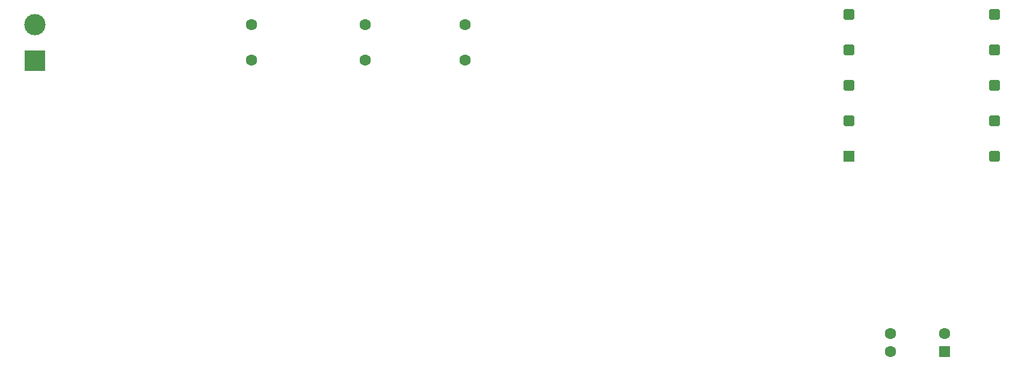
<source format=gbr>
%TF.GenerationSoftware,KiCad,Pcbnew,9.0.1*%
%TF.CreationDate,2025-04-24T14:38:41+02:00*%
%TF.ProjectId,flyback,666c7962-6163-46b2-9e6b-696361645f70,rev?*%
%TF.SameCoordinates,Original*%
%TF.FileFunction,Soldermask,Bot*%
%TF.FilePolarity,Negative*%
%FSLAX46Y46*%
G04 Gerber Fmt 4.6, Leading zero omitted, Abs format (unit mm)*
G04 Created by KiCad (PCBNEW 9.0.1) date 2025-04-24 14:38:41*
%MOMM*%
%LPD*%
G01*
G04 APERTURE LIST*
G04 Aperture macros list*
%AMRoundRect*
0 Rectangle with rounded corners*
0 $1 Rounding radius*
0 $2 $3 $4 $5 $6 $7 $8 $9 X,Y pos of 4 corners*
0 Add a 4 corners polygon primitive as box body*
4,1,4,$2,$3,$4,$5,$6,$7,$8,$9,$2,$3,0*
0 Add four circle primitives for the rounded corners*
1,1,$1+$1,$2,$3*
1,1,$1+$1,$4,$5*
1,1,$1+$1,$6,$7*
1,1,$1+$1,$8,$9*
0 Add four rect primitives between the rounded corners*
20,1,$1+$1,$2,$3,$4,$5,0*
20,1,$1+$1,$4,$5,$6,$7,0*
20,1,$1+$1,$6,$7,$8,$9,0*
20,1,$1+$1,$8,$9,$2,$3,0*%
G04 Aperture macros list end*
%ADD10C,1.600000*%
%ADD11RoundRect,0.250000X0.550000X0.550000X-0.550000X0.550000X-0.550000X-0.550000X0.550000X-0.550000X0*%
%ADD12RoundRect,0.225000X-0.525000X-0.525000X0.525000X-0.525000X0.525000X0.525000X-0.525000X0.525000X0*%
%ADD13R,1.500000X1.500000*%
%ADD14R,3.000000X3.000000*%
%ADD15C,3.000000*%
G04 APERTURE END LIST*
D10*
%TO.C,U2*%
X159880000Y-104540000D03*
X159880000Y-102000000D03*
X167500000Y-102000000D03*
D11*
X167500000Y-104540000D03*
%TD*%
D12*
%TO.C,U4*%
X154000000Y-57000000D03*
X154000000Y-62000000D03*
X154000000Y-67000000D03*
X154000000Y-72000000D03*
D13*
X154000000Y-77000000D03*
D12*
X174500000Y-77000000D03*
X174500000Y-72000000D03*
X174500000Y-67000000D03*
X174500000Y-62000000D03*
X174500000Y-57000000D03*
%TD*%
D14*
%TO.C,J1*%
X39500000Y-63580000D03*
D15*
X39500000Y-58500000D03*
%TD*%
D10*
%TO.C,C8*%
X100000000Y-63500000D03*
X100000000Y-58500000D03*
%TD*%
%TO.C,C7*%
X86000000Y-63500000D03*
X86000000Y-58500000D03*
%TD*%
%TO.C,C6*%
X70000000Y-63500000D03*
X70000000Y-58500000D03*
%TD*%
M02*

</source>
